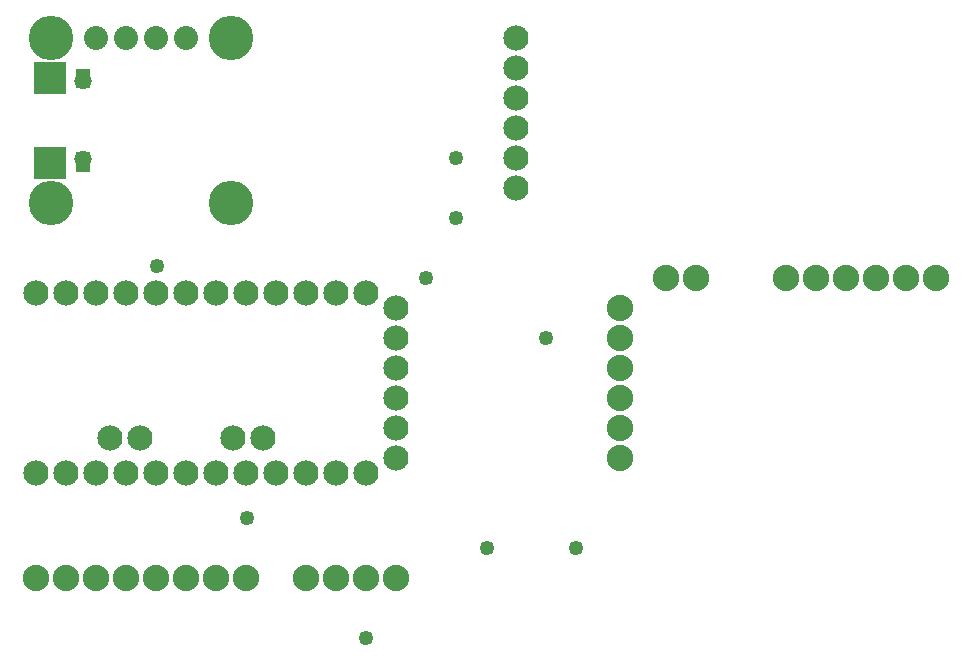
<source format=gbs>
G04 MADE WITH FRITZING*
G04 WWW.FRITZING.ORG*
G04 DOUBLE SIDED*
G04 HOLES PLATED*
G04 CONTOUR ON CENTER OF CONTOUR VECTOR*
%ASAXBY*%
%FSLAX23Y23*%
%MOIN*%
%OFA0B0*%
%SFA1.0B1.0*%
%ADD10C,0.088000*%
%ADD11C,0.049370*%
%ADD12C,0.084000*%
%ADD13C,0.148425*%
%ADD14C,0.108425*%
%ADD15C,0.080000*%
%ADD16C,0.057559*%
%ADD17R,0.108425X0.108425*%
%ADD18R,0.001000X0.001000*%
%LNMASK0*%
G90*
G70*
G54D10*
X2388Y1298D03*
X2288Y1298D03*
X2688Y1298D03*
X2788Y1298D03*
X2888Y1298D03*
X2988Y1298D03*
X3088Y1298D03*
X3188Y1298D03*
G54D11*
X1488Y1298D03*
X1888Y1098D03*
X1288Y98D03*
X1987Y398D03*
X1690Y398D03*
X889Y496D03*
X590Y1338D03*
G54D10*
X2134Y1198D03*
X2134Y1098D03*
X2134Y998D03*
X2134Y898D03*
X2134Y798D03*
X2134Y698D03*
X1088Y298D03*
X1188Y298D03*
X1288Y298D03*
X1388Y298D03*
G54D11*
X1588Y1698D03*
X1588Y1498D03*
G54D10*
X188Y298D03*
X288Y298D03*
X388Y298D03*
X488Y298D03*
X588Y298D03*
X688Y298D03*
X788Y298D03*
X888Y298D03*
G54D12*
X1788Y1598D03*
X1788Y1698D03*
X1788Y1798D03*
X1788Y1898D03*
X1788Y1998D03*
X1788Y2098D03*
X1388Y698D03*
X1388Y798D03*
X1388Y898D03*
X1388Y998D03*
X1388Y1098D03*
X1388Y1198D03*
X843Y763D03*
X943Y763D03*
X433Y763D03*
X533Y763D03*
X1288Y648D03*
X1188Y648D03*
X1088Y648D03*
X988Y648D03*
X888Y648D03*
X788Y648D03*
X688Y648D03*
X588Y648D03*
X488Y648D03*
X388Y648D03*
X288Y648D03*
X188Y648D03*
X188Y1248D03*
X288Y1248D03*
X388Y1248D03*
X488Y1248D03*
X588Y1248D03*
X688Y1248D03*
X788Y1248D03*
X888Y1248D03*
X988Y1248D03*
X1088Y1248D03*
X1188Y1248D03*
X1288Y1248D03*
G54D13*
X838Y2098D03*
G54D14*
X234Y1964D03*
G54D13*
X238Y2098D03*
G54D15*
X688Y2098D03*
G54D16*
X344Y1953D03*
G54D15*
X588Y2098D03*
X388Y2098D03*
X488Y2098D03*
G54D13*
X838Y1548D03*
X238Y1548D03*
G54D16*
X344Y1693D03*
G54D14*
X234Y1681D03*
G54D17*
X234Y1964D03*
X234Y1681D03*
G54D18*
X320Y1995D02*
X367Y1995D01*
X320Y1994D02*
X367Y1994D01*
X320Y1993D02*
X367Y1993D01*
X320Y1992D02*
X367Y1992D01*
X320Y1991D02*
X367Y1991D01*
X320Y1990D02*
X367Y1990D01*
X320Y1989D02*
X367Y1989D01*
X320Y1988D02*
X367Y1988D01*
X320Y1987D02*
X367Y1987D01*
X320Y1986D02*
X367Y1986D01*
X320Y1985D02*
X367Y1985D01*
X320Y1984D02*
X367Y1984D01*
X320Y1983D02*
X367Y1983D01*
X320Y1982D02*
X367Y1982D01*
X320Y1981D02*
X367Y1981D01*
X320Y1980D02*
X367Y1980D01*
X320Y1979D02*
X367Y1979D01*
X320Y1978D02*
X367Y1978D01*
X320Y1977D02*
X367Y1977D01*
X320Y1976D02*
X367Y1976D01*
X320Y1975D02*
X367Y1975D01*
X320Y1974D02*
X367Y1974D01*
X320Y1973D02*
X367Y1973D01*
X320Y1972D02*
X367Y1972D01*
X320Y1971D02*
X367Y1971D01*
X320Y1970D02*
X367Y1970D01*
X320Y1969D02*
X367Y1969D01*
X320Y1968D02*
X367Y1968D01*
X320Y1967D02*
X367Y1967D01*
X320Y1966D02*
X339Y1966D01*
X348Y1966D02*
X367Y1966D01*
X320Y1965D02*
X336Y1965D01*
X350Y1965D02*
X367Y1965D01*
X320Y1964D02*
X335Y1964D01*
X352Y1964D02*
X367Y1964D01*
X320Y1963D02*
X334Y1963D01*
X353Y1963D02*
X367Y1963D01*
X320Y1962D02*
X333Y1962D01*
X354Y1962D02*
X367Y1962D01*
X320Y1961D02*
X332Y1961D01*
X355Y1961D02*
X367Y1961D01*
X320Y1960D02*
X331Y1960D01*
X356Y1960D02*
X367Y1960D01*
X320Y1959D02*
X330Y1959D01*
X356Y1959D02*
X367Y1959D01*
X320Y1958D02*
X330Y1958D01*
X357Y1958D02*
X367Y1958D01*
X320Y1957D02*
X330Y1957D01*
X357Y1957D02*
X367Y1957D01*
X320Y1956D02*
X329Y1956D01*
X357Y1956D02*
X367Y1956D01*
X320Y1955D02*
X329Y1955D01*
X357Y1955D02*
X367Y1955D01*
X320Y1954D02*
X329Y1954D01*
X357Y1954D02*
X367Y1954D01*
X320Y1953D02*
X329Y1953D01*
X357Y1953D02*
X367Y1953D01*
X320Y1952D02*
X329Y1952D01*
X357Y1952D02*
X367Y1952D01*
X320Y1951D02*
X329Y1951D01*
X357Y1951D02*
X367Y1951D01*
X320Y1950D02*
X329Y1950D01*
X357Y1950D02*
X367Y1950D01*
X320Y1949D02*
X330Y1949D01*
X357Y1949D02*
X367Y1949D01*
X320Y1948D02*
X330Y1948D01*
X357Y1948D02*
X367Y1948D01*
X320Y1947D02*
X330Y1947D01*
X356Y1947D02*
X367Y1947D01*
X320Y1946D02*
X331Y1946D01*
X356Y1946D02*
X367Y1946D01*
X320Y1945D02*
X331Y1945D01*
X355Y1945D02*
X367Y1945D01*
X320Y1944D02*
X332Y1944D01*
X354Y1944D02*
X367Y1944D01*
X320Y1943D02*
X333Y1943D01*
X353Y1943D02*
X367Y1943D01*
X320Y1942D02*
X334Y1942D01*
X352Y1942D02*
X367Y1942D01*
X320Y1941D02*
X336Y1941D01*
X351Y1941D02*
X367Y1941D01*
X320Y1940D02*
X338Y1940D01*
X349Y1940D02*
X367Y1940D01*
X320Y1939D02*
X367Y1939D01*
X320Y1938D02*
X367Y1938D01*
X320Y1937D02*
X367Y1937D01*
X320Y1936D02*
X367Y1936D01*
X320Y1935D02*
X367Y1935D01*
X320Y1934D02*
X367Y1934D01*
X320Y1933D02*
X367Y1933D01*
X320Y1932D02*
X367Y1932D01*
X320Y1931D02*
X367Y1931D01*
X320Y1930D02*
X367Y1930D01*
X340Y1929D02*
X346Y1929D01*
X341Y1717D02*
X345Y1717D01*
X320Y1716D02*
X367Y1716D01*
X320Y1715D02*
X367Y1715D01*
X320Y1714D02*
X367Y1714D01*
X320Y1713D02*
X367Y1713D01*
X320Y1712D02*
X367Y1712D01*
X320Y1711D02*
X367Y1711D01*
X320Y1710D02*
X367Y1710D01*
X320Y1709D02*
X367Y1709D01*
X320Y1708D02*
X367Y1708D01*
X320Y1707D02*
X367Y1707D01*
X320Y1706D02*
X338Y1706D01*
X349Y1706D02*
X367Y1706D01*
X320Y1705D02*
X336Y1705D01*
X351Y1705D02*
X367Y1705D01*
X320Y1704D02*
X334Y1704D01*
X352Y1704D02*
X367Y1704D01*
X320Y1703D02*
X333Y1703D01*
X353Y1703D02*
X367Y1703D01*
X320Y1702D02*
X332Y1702D01*
X354Y1702D02*
X367Y1702D01*
X320Y1701D02*
X332Y1701D01*
X355Y1701D02*
X367Y1701D01*
X320Y1700D02*
X331Y1700D01*
X356Y1700D02*
X367Y1700D01*
X320Y1699D02*
X330Y1699D01*
X356Y1699D02*
X367Y1699D01*
X320Y1698D02*
X330Y1698D01*
X357Y1698D02*
X367Y1698D01*
X320Y1697D02*
X330Y1697D01*
X357Y1697D02*
X367Y1697D01*
X320Y1696D02*
X329Y1696D01*
X357Y1696D02*
X367Y1696D01*
X320Y1695D02*
X329Y1695D01*
X357Y1695D02*
X367Y1695D01*
X320Y1694D02*
X329Y1694D01*
X357Y1694D02*
X367Y1694D01*
X320Y1693D02*
X329Y1693D01*
X357Y1693D02*
X367Y1693D01*
X320Y1692D02*
X329Y1692D01*
X357Y1692D02*
X367Y1692D01*
X320Y1691D02*
X329Y1691D01*
X357Y1691D02*
X367Y1691D01*
X320Y1690D02*
X329Y1690D01*
X357Y1690D02*
X367Y1690D01*
X320Y1689D02*
X330Y1689D01*
X357Y1689D02*
X367Y1689D01*
X320Y1688D02*
X330Y1688D01*
X357Y1688D02*
X367Y1688D01*
X320Y1687D02*
X330Y1687D01*
X356Y1687D02*
X367Y1687D01*
X320Y1686D02*
X331Y1686D01*
X356Y1686D02*
X367Y1686D01*
X320Y1685D02*
X332Y1685D01*
X355Y1685D02*
X367Y1685D01*
X320Y1684D02*
X332Y1684D01*
X354Y1684D02*
X367Y1684D01*
X320Y1683D02*
X333Y1683D01*
X353Y1683D02*
X367Y1683D01*
X320Y1682D02*
X335Y1682D01*
X352Y1682D02*
X367Y1682D01*
X320Y1681D02*
X336Y1681D01*
X350Y1681D02*
X367Y1681D01*
X320Y1680D02*
X338Y1680D01*
X348Y1680D02*
X367Y1680D01*
X320Y1679D02*
X367Y1679D01*
X320Y1678D02*
X367Y1678D01*
X320Y1677D02*
X367Y1677D01*
X320Y1676D02*
X367Y1676D01*
X320Y1675D02*
X367Y1675D01*
X320Y1674D02*
X367Y1674D01*
X320Y1673D02*
X367Y1673D01*
X320Y1672D02*
X367Y1672D01*
X320Y1671D02*
X367Y1671D01*
X320Y1670D02*
X367Y1670D01*
X320Y1669D02*
X367Y1669D01*
X320Y1668D02*
X367Y1668D01*
X320Y1667D02*
X367Y1667D01*
X320Y1666D02*
X367Y1666D01*
X320Y1665D02*
X367Y1665D01*
X320Y1664D02*
X367Y1664D01*
X320Y1663D02*
X367Y1663D01*
X320Y1662D02*
X367Y1662D01*
X320Y1661D02*
X367Y1661D01*
X320Y1660D02*
X367Y1660D01*
X320Y1659D02*
X367Y1659D01*
X320Y1658D02*
X367Y1658D01*
X320Y1657D02*
X367Y1657D01*
X320Y1656D02*
X367Y1656D01*
X320Y1655D02*
X367Y1655D01*
X320Y1654D02*
X367Y1654D01*
X320Y1653D02*
X367Y1653D01*
X320Y1652D02*
X367Y1652D01*
X320Y1651D02*
X367Y1651D01*
D02*
G04 End of Mask0*
M02*
</source>
